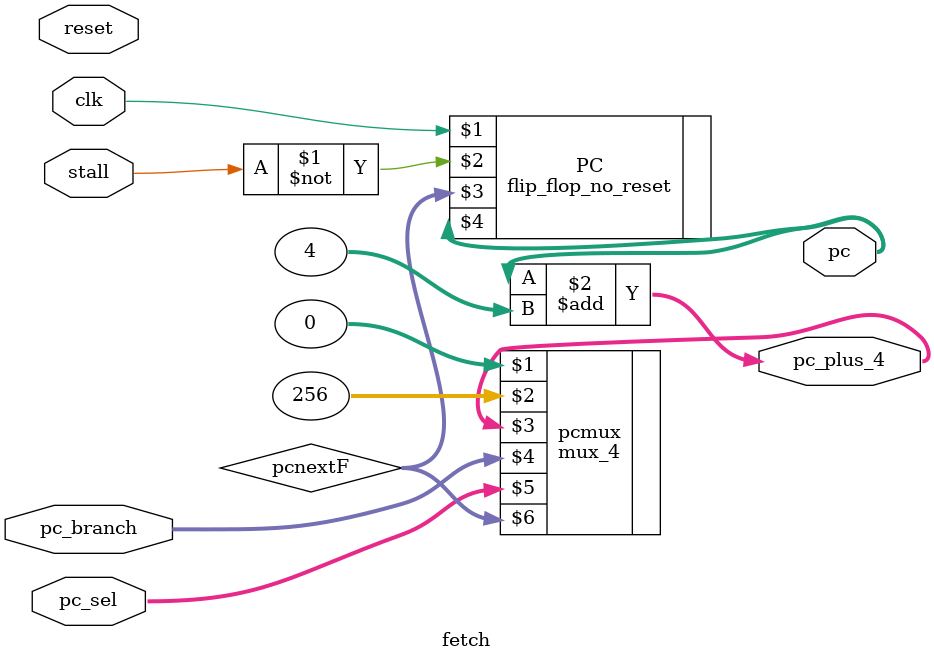
<source format=v>
`timescale 1 ns / 1 ps
module fetch(input             clk,  reset, stall,
                  input  [1:0]      pc_sel,
                  input  [31:0]     pc_branch,

                  output [31:0]     pc, 

                  output [31:0]     pc_plus_4);

  wire [31:0] pcnextF;

  parameter RESET_ADDRESS = 32'h00000000;
  parameter INTERRUPT_ADDRESS = 32'h00000100;
  
   
  mux_4 #(32)  pcmux(RESET_ADDRESS, INTERRUPT_ADDRESS,
                    pc_plus_4, pc_branch, pc_sel, pcnextF); 

  
  flip_flop_no_reset #(32) PC(clk, ~stall, pcnextF, pc);
  assign pc_plus_4 = pc  + 4;


endmodule

</source>
